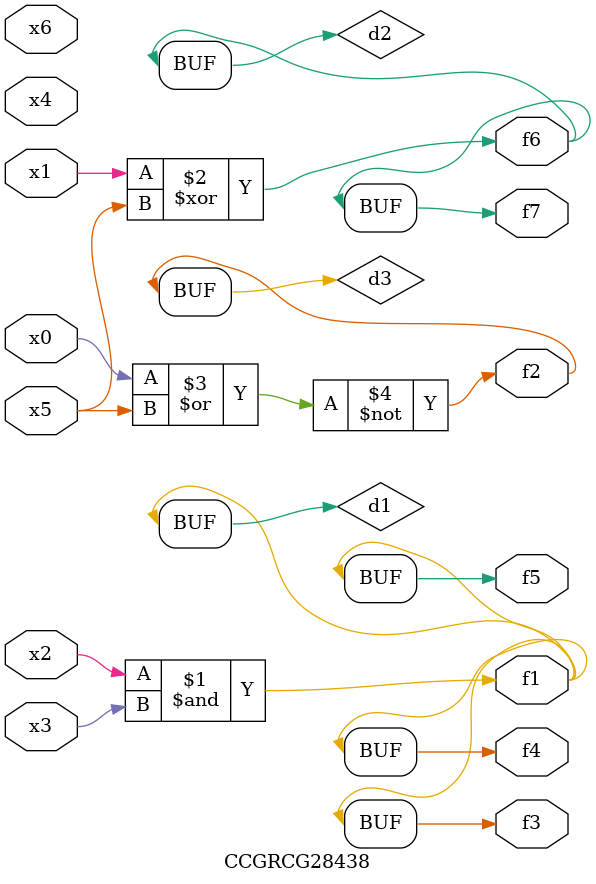
<source format=v>
module CCGRCG28438(
	input x0, x1, x2, x3, x4, x5, x6,
	output f1, f2, f3, f4, f5, f6, f7
);

	wire d1, d2, d3;

	and (d1, x2, x3);
	xor (d2, x1, x5);
	nor (d3, x0, x5);
	assign f1 = d1;
	assign f2 = d3;
	assign f3 = d1;
	assign f4 = d1;
	assign f5 = d1;
	assign f6 = d2;
	assign f7 = d2;
endmodule

</source>
